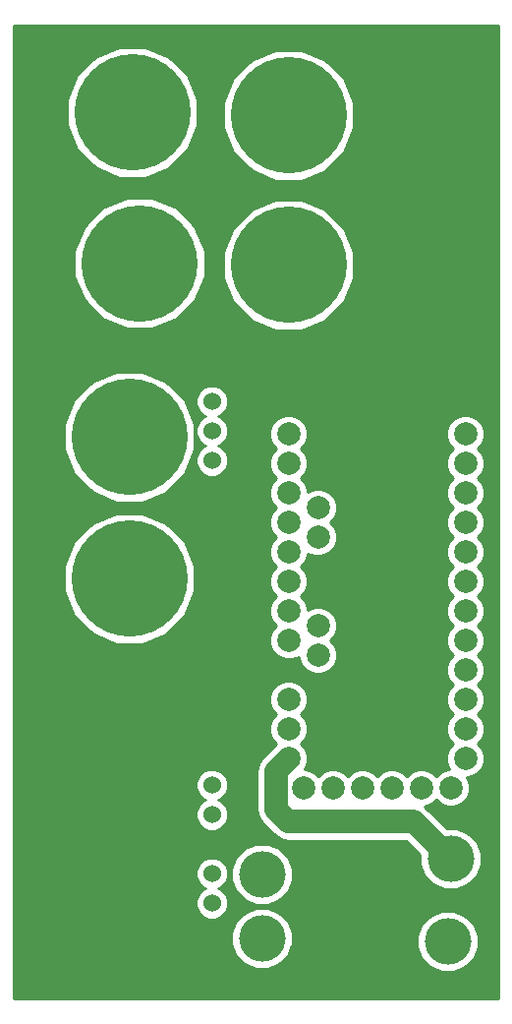
<source format=gbr>
G04 #@! TF.FileFunction,Copper,L2,Bot,Signal*
%FSLAX46Y46*%
G04 Gerber Fmt 4.6, Leading zero omitted, Abs format (unit mm)*
G04 Created by KiCad (PCBNEW 4.0.7) date 06/11/18 11:57:10*
%MOMM*%
%LPD*%
G01*
G04 APERTURE LIST*
%ADD10C,0.100000*%
%ADD11C,10.000000*%
%ADD12C,1.524000*%
%ADD13C,4.000500*%
%ADD14C,2.000000*%
%ADD15C,0.600000*%
%ADD16C,2.000000*%
%ADD17C,0.254000*%
G04 APERTURE END LIST*
D10*
D11*
X138684000Y-80962500D03*
X125857000Y-80835500D03*
D12*
X132080000Y-92710000D03*
X132080000Y-95250000D03*
X132080000Y-97790000D03*
X132080000Y-123190000D03*
X132080000Y-125730000D03*
X132080000Y-128270000D03*
X132080000Y-130810000D03*
X132080000Y-133350000D03*
X132080000Y-135890000D03*
D11*
X138684000Y-68072000D03*
X125222000Y-67818000D03*
X124968000Y-95758000D03*
X124968000Y-107950000D03*
D13*
X152654000Y-132080000D03*
X152400000Y-139192000D03*
X136398000Y-138938000D03*
X136398000Y-133413500D03*
X143764000Y-139192000D03*
D14*
X153924000Y-123444000D03*
X153924000Y-120904000D03*
X153924000Y-118364000D03*
X153924000Y-115824000D03*
X153924000Y-113284000D03*
X153924000Y-110744000D03*
X153924000Y-108204000D03*
X153924000Y-105664000D03*
X153924000Y-103124000D03*
X153924000Y-100584000D03*
X153924000Y-98044000D03*
X153924000Y-95504000D03*
X138684000Y-95504000D03*
X138684000Y-98044000D03*
X138684000Y-100584000D03*
X138684000Y-103124000D03*
X138684000Y-105664000D03*
X138684000Y-108204000D03*
X138684000Y-110744000D03*
X138684000Y-113284000D03*
X138684000Y-115824000D03*
X138684000Y-118364000D03*
X138684000Y-120904000D03*
X138684000Y-123444000D03*
X139954000Y-125984000D03*
X142494000Y-125984000D03*
X145034000Y-125984000D03*
X147574000Y-125984000D03*
X150114000Y-125984000D03*
X152654000Y-125984000D03*
X141224000Y-101854000D03*
X141224000Y-104394000D03*
X141224000Y-112014000D03*
X141224000Y-114554000D03*
D15*
X131374998Y-88160000D03*
D16*
X138684000Y-123444000D02*
X137604500Y-124523500D01*
X138658749Y-128879749D02*
X149453749Y-128879749D01*
X137604500Y-124523500D02*
X137604500Y-127825500D01*
X137604500Y-127825500D02*
X138658749Y-128879749D01*
X149453749Y-128879749D02*
X152654000Y-132080000D01*
D17*
G36*
X156770000Y-144070000D02*
X115010000Y-144070000D01*
X115010000Y-139459884D01*
X133762293Y-139459884D01*
X134162641Y-140428799D01*
X134903302Y-141170754D01*
X135871517Y-141572792D01*
X136919884Y-141573707D01*
X137888799Y-141173359D01*
X138630754Y-140432698D01*
X138929231Y-139713884D01*
X149764293Y-139713884D01*
X150164641Y-140682799D01*
X150905302Y-141424754D01*
X151873517Y-141826792D01*
X152921884Y-141827707D01*
X153890799Y-141427359D01*
X154632754Y-140686698D01*
X155034792Y-139718483D01*
X155035707Y-138670116D01*
X154635359Y-137701201D01*
X153894698Y-136959246D01*
X152926483Y-136557208D01*
X151878116Y-136556293D01*
X150909201Y-136956641D01*
X150167246Y-137697302D01*
X149765208Y-138665517D01*
X149764293Y-139713884D01*
X138929231Y-139713884D01*
X139032792Y-139464483D01*
X139033707Y-138416116D01*
X138633359Y-137447201D01*
X137892698Y-136705246D01*
X136924483Y-136303208D01*
X135876116Y-136302293D01*
X134907201Y-136702641D01*
X134165246Y-137443302D01*
X133763208Y-138411517D01*
X133762293Y-139459884D01*
X115010000Y-139459884D01*
X115010000Y-133626661D01*
X130682758Y-133626661D01*
X130894990Y-134140303D01*
X131287630Y-134533629D01*
X131495512Y-134619949D01*
X131289697Y-134704990D01*
X130896371Y-135097630D01*
X130683243Y-135610900D01*
X130682758Y-136166661D01*
X130894990Y-136680303D01*
X131287630Y-137073629D01*
X131800900Y-137286757D01*
X132356661Y-137287242D01*
X132870303Y-137075010D01*
X133263629Y-136682370D01*
X133476757Y-136169100D01*
X133477242Y-135613339D01*
X133265010Y-135099697D01*
X132872370Y-134706371D01*
X132664488Y-134620051D01*
X132870303Y-134535010D01*
X133263629Y-134142370D01*
X133349576Y-133935384D01*
X133762293Y-133935384D01*
X134162641Y-134904299D01*
X134903302Y-135646254D01*
X135871517Y-136048292D01*
X136919884Y-136049207D01*
X137888799Y-135648859D01*
X138630754Y-134908198D01*
X139032792Y-133939983D01*
X139033707Y-132891616D01*
X138633359Y-131922701D01*
X137892698Y-131180746D01*
X136924483Y-130778708D01*
X135876116Y-130777793D01*
X134907201Y-131178141D01*
X134165246Y-131918802D01*
X133763208Y-132887017D01*
X133762293Y-133935384D01*
X133349576Y-133935384D01*
X133476757Y-133629100D01*
X133477242Y-133073339D01*
X133265010Y-132559697D01*
X132872370Y-132166371D01*
X132359100Y-131953243D01*
X131803339Y-131952758D01*
X131289697Y-132164990D01*
X130896371Y-132557630D01*
X130683243Y-133070900D01*
X130682758Y-133626661D01*
X115010000Y-133626661D01*
X115010000Y-126006661D01*
X130682758Y-126006661D01*
X130894990Y-126520303D01*
X131287630Y-126913629D01*
X131495512Y-126999949D01*
X131289697Y-127084990D01*
X130896371Y-127477630D01*
X130683243Y-127990900D01*
X130682758Y-128546661D01*
X130894990Y-129060303D01*
X131287630Y-129453629D01*
X131800900Y-129666757D01*
X132356661Y-129667242D01*
X132870303Y-129455010D01*
X133263629Y-129062370D01*
X133476757Y-128549100D01*
X133477242Y-127993339D01*
X133265010Y-127479697D01*
X132872370Y-127086371D01*
X132664488Y-127000051D01*
X132870303Y-126915010D01*
X133263629Y-126522370D01*
X133476757Y-126009100D01*
X133477242Y-125453339D01*
X133265010Y-124939697D01*
X132872370Y-124546371D01*
X132817291Y-124523500D01*
X135969499Y-124523500D01*
X135969500Y-124523505D01*
X135969500Y-127825495D01*
X135969499Y-127825500D01*
X136093957Y-128451188D01*
X136448380Y-128981620D01*
X137502627Y-130035866D01*
X137502629Y-130035869D01*
X137820600Y-130248330D01*
X138033061Y-130390292D01*
X138658749Y-130514749D01*
X148776509Y-130514749D01*
X150019030Y-131757270D01*
X150018293Y-132601884D01*
X150418641Y-133570799D01*
X151159302Y-134312754D01*
X152127517Y-134714792D01*
X153175884Y-134715707D01*
X154144799Y-134315359D01*
X154886754Y-133574698D01*
X155288792Y-132606483D01*
X155289707Y-131558116D01*
X154889359Y-130589201D01*
X154148698Y-129847246D01*
X153180483Y-129445208D01*
X152330706Y-129444466D01*
X150609869Y-127723629D01*
X150447626Y-127615222D01*
X151038943Y-127370894D01*
X151384199Y-127026241D01*
X151726637Y-127369278D01*
X152327352Y-127618716D01*
X152977795Y-127619284D01*
X153578943Y-127370894D01*
X154039278Y-126911363D01*
X154288716Y-126310648D01*
X154289284Y-125660205D01*
X154049180Y-125079111D01*
X154247795Y-125079284D01*
X154848943Y-124830894D01*
X155309278Y-124371363D01*
X155558716Y-123770648D01*
X155559284Y-123120205D01*
X155310894Y-122519057D01*
X154966241Y-122173801D01*
X155309278Y-121831363D01*
X155558716Y-121230648D01*
X155559284Y-120580205D01*
X155310894Y-119979057D01*
X154966241Y-119633801D01*
X155309278Y-119291363D01*
X155558716Y-118690648D01*
X155559284Y-118040205D01*
X155310894Y-117439057D01*
X154966241Y-117093801D01*
X155309278Y-116751363D01*
X155558716Y-116150648D01*
X155559284Y-115500205D01*
X155310894Y-114899057D01*
X154966241Y-114553801D01*
X155309278Y-114211363D01*
X155558716Y-113610648D01*
X155559284Y-112960205D01*
X155310894Y-112359057D01*
X154966241Y-112013801D01*
X155309278Y-111671363D01*
X155558716Y-111070648D01*
X155559284Y-110420205D01*
X155310894Y-109819057D01*
X154966241Y-109473801D01*
X155309278Y-109131363D01*
X155558716Y-108530648D01*
X155559284Y-107880205D01*
X155310894Y-107279057D01*
X154966241Y-106933801D01*
X155309278Y-106591363D01*
X155558716Y-105990648D01*
X155559284Y-105340205D01*
X155310894Y-104739057D01*
X154966241Y-104393801D01*
X155309278Y-104051363D01*
X155558716Y-103450648D01*
X155559284Y-102800205D01*
X155310894Y-102199057D01*
X154966241Y-101853801D01*
X155309278Y-101511363D01*
X155558716Y-100910648D01*
X155559284Y-100260205D01*
X155310894Y-99659057D01*
X154966241Y-99313801D01*
X155309278Y-98971363D01*
X155558716Y-98370648D01*
X155559284Y-97720205D01*
X155310894Y-97119057D01*
X154966241Y-96773801D01*
X155309278Y-96431363D01*
X155558716Y-95830648D01*
X155559284Y-95180205D01*
X155310894Y-94579057D01*
X154851363Y-94118722D01*
X154250648Y-93869284D01*
X153600205Y-93868716D01*
X152999057Y-94117106D01*
X152538722Y-94576637D01*
X152289284Y-95177352D01*
X152288716Y-95827795D01*
X152537106Y-96428943D01*
X152881759Y-96774199D01*
X152538722Y-97116637D01*
X152289284Y-97717352D01*
X152288716Y-98367795D01*
X152537106Y-98968943D01*
X152881759Y-99314199D01*
X152538722Y-99656637D01*
X152289284Y-100257352D01*
X152288716Y-100907795D01*
X152537106Y-101508943D01*
X152881759Y-101854199D01*
X152538722Y-102196637D01*
X152289284Y-102797352D01*
X152288716Y-103447795D01*
X152537106Y-104048943D01*
X152881759Y-104394199D01*
X152538722Y-104736637D01*
X152289284Y-105337352D01*
X152288716Y-105987795D01*
X152537106Y-106588943D01*
X152881759Y-106934199D01*
X152538722Y-107276637D01*
X152289284Y-107877352D01*
X152288716Y-108527795D01*
X152537106Y-109128943D01*
X152881759Y-109474199D01*
X152538722Y-109816637D01*
X152289284Y-110417352D01*
X152288716Y-111067795D01*
X152537106Y-111668943D01*
X152881759Y-112014199D01*
X152538722Y-112356637D01*
X152289284Y-112957352D01*
X152288716Y-113607795D01*
X152537106Y-114208943D01*
X152881759Y-114554199D01*
X152538722Y-114896637D01*
X152289284Y-115497352D01*
X152288716Y-116147795D01*
X152537106Y-116748943D01*
X152881759Y-117094199D01*
X152538722Y-117436637D01*
X152289284Y-118037352D01*
X152288716Y-118687795D01*
X152537106Y-119288943D01*
X152881759Y-119634199D01*
X152538722Y-119976637D01*
X152289284Y-120577352D01*
X152288716Y-121227795D01*
X152537106Y-121828943D01*
X152881759Y-122174199D01*
X152538722Y-122516637D01*
X152289284Y-123117352D01*
X152288716Y-123767795D01*
X152528820Y-124348889D01*
X152330205Y-124348716D01*
X151729057Y-124597106D01*
X151383801Y-124941759D01*
X151041363Y-124598722D01*
X150440648Y-124349284D01*
X149790205Y-124348716D01*
X149189057Y-124597106D01*
X148843801Y-124941759D01*
X148501363Y-124598722D01*
X147900648Y-124349284D01*
X147250205Y-124348716D01*
X146649057Y-124597106D01*
X146303801Y-124941759D01*
X145961363Y-124598722D01*
X145360648Y-124349284D01*
X144710205Y-124348716D01*
X144109057Y-124597106D01*
X143763801Y-124941759D01*
X143421363Y-124598722D01*
X142820648Y-124349284D01*
X142170205Y-124348716D01*
X141569057Y-124597106D01*
X141223801Y-124941759D01*
X140881363Y-124598722D01*
X140280648Y-124349284D01*
X140078519Y-124349107D01*
X140318716Y-123770648D01*
X140319284Y-123120205D01*
X140070894Y-122519057D01*
X139726241Y-122173801D01*
X140069278Y-121831363D01*
X140318716Y-121230648D01*
X140319284Y-120580205D01*
X140070894Y-119979057D01*
X139726241Y-119633801D01*
X140069278Y-119291363D01*
X140318716Y-118690648D01*
X140319284Y-118040205D01*
X140070894Y-117439057D01*
X139611363Y-116978722D01*
X139010648Y-116729284D01*
X138360205Y-116728716D01*
X137759057Y-116977106D01*
X137298722Y-117436637D01*
X137049284Y-118037352D01*
X137048716Y-118687795D01*
X137297106Y-119288943D01*
X137641759Y-119634199D01*
X137298722Y-119976637D01*
X137049284Y-120577352D01*
X137048716Y-121227795D01*
X137297106Y-121828943D01*
X137641759Y-122174199D01*
X137298722Y-122516637D01*
X137298437Y-122517324D01*
X136448380Y-123367380D01*
X136093957Y-123897812D01*
X135969499Y-124523500D01*
X132817291Y-124523500D01*
X132359100Y-124333243D01*
X131803339Y-124332758D01*
X131289697Y-124544990D01*
X130896371Y-124937630D01*
X130683243Y-125450900D01*
X130682758Y-126006661D01*
X115010000Y-126006661D01*
X115010000Y-109065953D01*
X119332024Y-109065953D01*
X120188094Y-111137801D01*
X121771861Y-112724335D01*
X123842212Y-113584020D01*
X126083953Y-113585976D01*
X128155801Y-112729906D01*
X129742335Y-111146139D01*
X130602020Y-109075788D01*
X130603976Y-106834047D01*
X129747906Y-104762199D01*
X128164139Y-103175665D01*
X126093788Y-102315980D01*
X123852047Y-102314024D01*
X121780199Y-103170094D01*
X120193665Y-104753861D01*
X119333980Y-106824212D01*
X119332024Y-109065953D01*
X115010000Y-109065953D01*
X115010000Y-96873953D01*
X119332024Y-96873953D01*
X120188094Y-98945801D01*
X121771861Y-100532335D01*
X123842212Y-101392020D01*
X126083953Y-101393976D01*
X128155801Y-100537906D01*
X129742335Y-98954139D01*
X130602020Y-96883788D01*
X130603976Y-94642047D01*
X129919985Y-92986661D01*
X130682758Y-92986661D01*
X130894990Y-93500303D01*
X131287630Y-93893629D01*
X131495512Y-93979949D01*
X131289697Y-94064990D01*
X130896371Y-94457630D01*
X130683243Y-94970900D01*
X130682758Y-95526661D01*
X130894990Y-96040303D01*
X131287630Y-96433629D01*
X131495512Y-96519949D01*
X131289697Y-96604990D01*
X130896371Y-96997630D01*
X130683243Y-97510900D01*
X130682758Y-98066661D01*
X130894990Y-98580303D01*
X131287630Y-98973629D01*
X131800900Y-99186757D01*
X132356661Y-99187242D01*
X132870303Y-98975010D01*
X133263629Y-98582370D01*
X133476757Y-98069100D01*
X133477242Y-97513339D01*
X133265010Y-96999697D01*
X132872370Y-96606371D01*
X132664488Y-96520051D01*
X132870303Y-96435010D01*
X133263629Y-96042370D01*
X133352728Y-95827795D01*
X137048716Y-95827795D01*
X137297106Y-96428943D01*
X137641759Y-96774199D01*
X137298722Y-97116637D01*
X137049284Y-97717352D01*
X137048716Y-98367795D01*
X137297106Y-98968943D01*
X137641759Y-99314199D01*
X137298722Y-99656637D01*
X137049284Y-100257352D01*
X137048716Y-100907795D01*
X137297106Y-101508943D01*
X137641759Y-101854199D01*
X137298722Y-102196637D01*
X137049284Y-102797352D01*
X137048716Y-103447795D01*
X137297106Y-104048943D01*
X137641759Y-104394199D01*
X137298722Y-104736637D01*
X137049284Y-105337352D01*
X137048716Y-105987795D01*
X137297106Y-106588943D01*
X137641759Y-106934199D01*
X137298722Y-107276637D01*
X137049284Y-107877352D01*
X137048716Y-108527795D01*
X137297106Y-109128943D01*
X137641759Y-109474199D01*
X137298722Y-109816637D01*
X137049284Y-110417352D01*
X137048716Y-111067795D01*
X137297106Y-111668943D01*
X137641759Y-112014199D01*
X137298722Y-112356637D01*
X137049284Y-112957352D01*
X137048716Y-113607795D01*
X137297106Y-114208943D01*
X137756637Y-114669278D01*
X138357352Y-114918716D01*
X139007795Y-114919284D01*
X139588889Y-114679180D01*
X139588716Y-114877795D01*
X139837106Y-115478943D01*
X140296637Y-115939278D01*
X140897352Y-116188716D01*
X141547795Y-116189284D01*
X142148943Y-115940894D01*
X142609278Y-115481363D01*
X142858716Y-114880648D01*
X142859284Y-114230205D01*
X142610894Y-113629057D01*
X142266241Y-113283801D01*
X142609278Y-112941363D01*
X142858716Y-112340648D01*
X142859284Y-111690205D01*
X142610894Y-111089057D01*
X142151363Y-110628722D01*
X141550648Y-110379284D01*
X140900205Y-110378716D01*
X140319111Y-110618820D01*
X140319284Y-110420205D01*
X140070894Y-109819057D01*
X139726241Y-109473801D01*
X140069278Y-109131363D01*
X140318716Y-108530648D01*
X140319284Y-107880205D01*
X140070894Y-107279057D01*
X139726241Y-106933801D01*
X140069278Y-106591363D01*
X140318716Y-105990648D01*
X140318893Y-105788519D01*
X140897352Y-106028716D01*
X141547795Y-106029284D01*
X142148943Y-105780894D01*
X142609278Y-105321363D01*
X142858716Y-104720648D01*
X142859284Y-104070205D01*
X142610894Y-103469057D01*
X142266241Y-103123801D01*
X142609278Y-102781363D01*
X142858716Y-102180648D01*
X142859284Y-101530205D01*
X142610894Y-100929057D01*
X142151363Y-100468722D01*
X141550648Y-100219284D01*
X140900205Y-100218716D01*
X140319111Y-100458820D01*
X140319284Y-100260205D01*
X140070894Y-99659057D01*
X139726241Y-99313801D01*
X140069278Y-98971363D01*
X140318716Y-98370648D01*
X140319284Y-97720205D01*
X140070894Y-97119057D01*
X139726241Y-96773801D01*
X140069278Y-96431363D01*
X140318716Y-95830648D01*
X140319284Y-95180205D01*
X140070894Y-94579057D01*
X139611363Y-94118722D01*
X139010648Y-93869284D01*
X138360205Y-93868716D01*
X137759057Y-94117106D01*
X137298722Y-94576637D01*
X137049284Y-95177352D01*
X137048716Y-95827795D01*
X133352728Y-95827795D01*
X133476757Y-95529100D01*
X133477242Y-94973339D01*
X133265010Y-94459697D01*
X132872370Y-94066371D01*
X132664488Y-93980051D01*
X132870303Y-93895010D01*
X133263629Y-93502370D01*
X133476757Y-92989100D01*
X133477242Y-92433339D01*
X133265010Y-91919697D01*
X132872370Y-91526371D01*
X132359100Y-91313243D01*
X131803339Y-91312758D01*
X131289697Y-91524990D01*
X130896371Y-91917630D01*
X130683243Y-92430900D01*
X130682758Y-92986661D01*
X129919985Y-92986661D01*
X129747906Y-92570199D01*
X128164139Y-90983665D01*
X126093788Y-90123980D01*
X123852047Y-90122024D01*
X121780199Y-90978094D01*
X120193665Y-92561861D01*
X119333980Y-94632212D01*
X119332024Y-96873953D01*
X115010000Y-96873953D01*
X115010000Y-81951453D01*
X120221024Y-81951453D01*
X121077094Y-84023301D01*
X122660861Y-85609835D01*
X124731212Y-86469520D01*
X126972953Y-86471476D01*
X129044801Y-85615406D01*
X130631335Y-84031639D01*
X131442368Y-82078453D01*
X133048024Y-82078453D01*
X133904094Y-84150301D01*
X135487861Y-85736835D01*
X137558212Y-86596520D01*
X139799953Y-86598476D01*
X141871801Y-85742406D01*
X143458335Y-84158639D01*
X144318020Y-82088288D01*
X144319976Y-79846547D01*
X143463906Y-77774699D01*
X141880139Y-76188165D01*
X139809788Y-75328480D01*
X137568047Y-75326524D01*
X135496199Y-76182594D01*
X133909665Y-77766361D01*
X133049980Y-79836712D01*
X133048024Y-82078453D01*
X131442368Y-82078453D01*
X131491020Y-81961288D01*
X131492976Y-79719547D01*
X130636906Y-77647699D01*
X129053139Y-76061165D01*
X126982788Y-75201480D01*
X124741047Y-75199524D01*
X122669199Y-76055594D01*
X121082665Y-77639361D01*
X120222980Y-79709712D01*
X120221024Y-81951453D01*
X115010000Y-81951453D01*
X115010000Y-68933953D01*
X119586024Y-68933953D01*
X120442094Y-71005801D01*
X122025861Y-72592335D01*
X124096212Y-73452020D01*
X126337953Y-73453976D01*
X128409801Y-72597906D01*
X129996335Y-71014139D01*
X130754633Y-69187953D01*
X133048024Y-69187953D01*
X133904094Y-71259801D01*
X135487861Y-72846335D01*
X137558212Y-73706020D01*
X139799953Y-73707976D01*
X141871801Y-72851906D01*
X143458335Y-71268139D01*
X144318020Y-69197788D01*
X144319976Y-66956047D01*
X143463906Y-64884199D01*
X141880139Y-63297665D01*
X139809788Y-62437980D01*
X137568047Y-62436024D01*
X135496199Y-63292094D01*
X133909665Y-64875861D01*
X133049980Y-66946212D01*
X133048024Y-69187953D01*
X130754633Y-69187953D01*
X130856020Y-68943788D01*
X130857976Y-66702047D01*
X130001906Y-64630199D01*
X128418139Y-63043665D01*
X126347788Y-62183980D01*
X124106047Y-62182024D01*
X122034199Y-63038094D01*
X120447665Y-64621861D01*
X119587980Y-66692212D01*
X119586024Y-68933953D01*
X115010000Y-68933953D01*
X115010000Y-60400000D01*
X156770000Y-60400000D01*
X156770000Y-144070000D01*
X156770000Y-144070000D01*
G37*
X156770000Y-144070000D02*
X115010000Y-144070000D01*
X115010000Y-139459884D01*
X133762293Y-139459884D01*
X134162641Y-140428799D01*
X134903302Y-141170754D01*
X135871517Y-141572792D01*
X136919884Y-141573707D01*
X137888799Y-141173359D01*
X138630754Y-140432698D01*
X138929231Y-139713884D01*
X149764293Y-139713884D01*
X150164641Y-140682799D01*
X150905302Y-141424754D01*
X151873517Y-141826792D01*
X152921884Y-141827707D01*
X153890799Y-141427359D01*
X154632754Y-140686698D01*
X155034792Y-139718483D01*
X155035707Y-138670116D01*
X154635359Y-137701201D01*
X153894698Y-136959246D01*
X152926483Y-136557208D01*
X151878116Y-136556293D01*
X150909201Y-136956641D01*
X150167246Y-137697302D01*
X149765208Y-138665517D01*
X149764293Y-139713884D01*
X138929231Y-139713884D01*
X139032792Y-139464483D01*
X139033707Y-138416116D01*
X138633359Y-137447201D01*
X137892698Y-136705246D01*
X136924483Y-136303208D01*
X135876116Y-136302293D01*
X134907201Y-136702641D01*
X134165246Y-137443302D01*
X133763208Y-138411517D01*
X133762293Y-139459884D01*
X115010000Y-139459884D01*
X115010000Y-133626661D01*
X130682758Y-133626661D01*
X130894990Y-134140303D01*
X131287630Y-134533629D01*
X131495512Y-134619949D01*
X131289697Y-134704990D01*
X130896371Y-135097630D01*
X130683243Y-135610900D01*
X130682758Y-136166661D01*
X130894990Y-136680303D01*
X131287630Y-137073629D01*
X131800900Y-137286757D01*
X132356661Y-137287242D01*
X132870303Y-137075010D01*
X133263629Y-136682370D01*
X133476757Y-136169100D01*
X133477242Y-135613339D01*
X133265010Y-135099697D01*
X132872370Y-134706371D01*
X132664488Y-134620051D01*
X132870303Y-134535010D01*
X133263629Y-134142370D01*
X133349576Y-133935384D01*
X133762293Y-133935384D01*
X134162641Y-134904299D01*
X134903302Y-135646254D01*
X135871517Y-136048292D01*
X136919884Y-136049207D01*
X137888799Y-135648859D01*
X138630754Y-134908198D01*
X139032792Y-133939983D01*
X139033707Y-132891616D01*
X138633359Y-131922701D01*
X137892698Y-131180746D01*
X136924483Y-130778708D01*
X135876116Y-130777793D01*
X134907201Y-131178141D01*
X134165246Y-131918802D01*
X133763208Y-132887017D01*
X133762293Y-133935384D01*
X133349576Y-133935384D01*
X133476757Y-133629100D01*
X133477242Y-133073339D01*
X133265010Y-132559697D01*
X132872370Y-132166371D01*
X132359100Y-131953243D01*
X131803339Y-131952758D01*
X131289697Y-132164990D01*
X130896371Y-132557630D01*
X130683243Y-133070900D01*
X130682758Y-133626661D01*
X115010000Y-133626661D01*
X115010000Y-126006661D01*
X130682758Y-126006661D01*
X130894990Y-126520303D01*
X131287630Y-126913629D01*
X131495512Y-126999949D01*
X131289697Y-127084990D01*
X130896371Y-127477630D01*
X130683243Y-127990900D01*
X130682758Y-128546661D01*
X130894990Y-129060303D01*
X131287630Y-129453629D01*
X131800900Y-129666757D01*
X132356661Y-129667242D01*
X132870303Y-129455010D01*
X133263629Y-129062370D01*
X133476757Y-128549100D01*
X133477242Y-127993339D01*
X133265010Y-127479697D01*
X132872370Y-127086371D01*
X132664488Y-127000051D01*
X132870303Y-126915010D01*
X133263629Y-126522370D01*
X133476757Y-126009100D01*
X133477242Y-125453339D01*
X133265010Y-124939697D01*
X132872370Y-124546371D01*
X132817291Y-124523500D01*
X135969499Y-124523500D01*
X135969500Y-124523505D01*
X135969500Y-127825495D01*
X135969499Y-127825500D01*
X136093957Y-128451188D01*
X136448380Y-128981620D01*
X137502627Y-130035866D01*
X137502629Y-130035869D01*
X137820600Y-130248330D01*
X138033061Y-130390292D01*
X138658749Y-130514749D01*
X148776509Y-130514749D01*
X150019030Y-131757270D01*
X150018293Y-132601884D01*
X150418641Y-133570799D01*
X151159302Y-134312754D01*
X152127517Y-134714792D01*
X153175884Y-134715707D01*
X154144799Y-134315359D01*
X154886754Y-133574698D01*
X155288792Y-132606483D01*
X155289707Y-131558116D01*
X154889359Y-130589201D01*
X154148698Y-129847246D01*
X153180483Y-129445208D01*
X152330706Y-129444466D01*
X150609869Y-127723629D01*
X150447626Y-127615222D01*
X151038943Y-127370894D01*
X151384199Y-127026241D01*
X151726637Y-127369278D01*
X152327352Y-127618716D01*
X152977795Y-127619284D01*
X153578943Y-127370894D01*
X154039278Y-126911363D01*
X154288716Y-126310648D01*
X154289284Y-125660205D01*
X154049180Y-125079111D01*
X154247795Y-125079284D01*
X154848943Y-124830894D01*
X155309278Y-124371363D01*
X155558716Y-123770648D01*
X155559284Y-123120205D01*
X155310894Y-122519057D01*
X154966241Y-122173801D01*
X155309278Y-121831363D01*
X155558716Y-121230648D01*
X155559284Y-120580205D01*
X155310894Y-119979057D01*
X154966241Y-119633801D01*
X155309278Y-119291363D01*
X155558716Y-118690648D01*
X155559284Y-118040205D01*
X155310894Y-117439057D01*
X154966241Y-117093801D01*
X155309278Y-116751363D01*
X155558716Y-116150648D01*
X155559284Y-115500205D01*
X155310894Y-114899057D01*
X154966241Y-114553801D01*
X155309278Y-114211363D01*
X155558716Y-113610648D01*
X155559284Y-112960205D01*
X155310894Y-112359057D01*
X154966241Y-112013801D01*
X155309278Y-111671363D01*
X155558716Y-111070648D01*
X155559284Y-110420205D01*
X155310894Y-109819057D01*
X154966241Y-109473801D01*
X155309278Y-109131363D01*
X155558716Y-108530648D01*
X155559284Y-107880205D01*
X155310894Y-107279057D01*
X154966241Y-106933801D01*
X155309278Y-106591363D01*
X155558716Y-105990648D01*
X155559284Y-105340205D01*
X155310894Y-104739057D01*
X154966241Y-104393801D01*
X155309278Y-104051363D01*
X155558716Y-103450648D01*
X155559284Y-102800205D01*
X155310894Y-102199057D01*
X154966241Y-101853801D01*
X155309278Y-101511363D01*
X155558716Y-100910648D01*
X155559284Y-100260205D01*
X155310894Y-99659057D01*
X154966241Y-99313801D01*
X155309278Y-98971363D01*
X155558716Y-98370648D01*
X155559284Y-97720205D01*
X155310894Y-97119057D01*
X154966241Y-96773801D01*
X155309278Y-96431363D01*
X155558716Y-95830648D01*
X155559284Y-95180205D01*
X155310894Y-94579057D01*
X154851363Y-94118722D01*
X154250648Y-93869284D01*
X153600205Y-93868716D01*
X152999057Y-94117106D01*
X152538722Y-94576637D01*
X152289284Y-95177352D01*
X152288716Y-95827795D01*
X152537106Y-96428943D01*
X152881759Y-96774199D01*
X152538722Y-97116637D01*
X152289284Y-97717352D01*
X152288716Y-98367795D01*
X152537106Y-98968943D01*
X152881759Y-99314199D01*
X152538722Y-99656637D01*
X152289284Y-100257352D01*
X152288716Y-100907795D01*
X152537106Y-101508943D01*
X152881759Y-101854199D01*
X152538722Y-102196637D01*
X152289284Y-102797352D01*
X152288716Y-103447795D01*
X152537106Y-104048943D01*
X152881759Y-104394199D01*
X152538722Y-104736637D01*
X152289284Y-105337352D01*
X152288716Y-105987795D01*
X152537106Y-106588943D01*
X152881759Y-106934199D01*
X152538722Y-107276637D01*
X152289284Y-107877352D01*
X152288716Y-108527795D01*
X152537106Y-109128943D01*
X152881759Y-109474199D01*
X152538722Y-109816637D01*
X152289284Y-110417352D01*
X152288716Y-111067795D01*
X152537106Y-111668943D01*
X152881759Y-112014199D01*
X152538722Y-112356637D01*
X152289284Y-112957352D01*
X152288716Y-113607795D01*
X152537106Y-114208943D01*
X152881759Y-114554199D01*
X152538722Y-114896637D01*
X152289284Y-115497352D01*
X152288716Y-116147795D01*
X152537106Y-116748943D01*
X152881759Y-117094199D01*
X152538722Y-117436637D01*
X152289284Y-118037352D01*
X152288716Y-118687795D01*
X152537106Y-119288943D01*
X152881759Y-119634199D01*
X152538722Y-119976637D01*
X152289284Y-120577352D01*
X152288716Y-121227795D01*
X152537106Y-121828943D01*
X152881759Y-122174199D01*
X152538722Y-122516637D01*
X152289284Y-123117352D01*
X152288716Y-123767795D01*
X152528820Y-124348889D01*
X152330205Y-124348716D01*
X151729057Y-124597106D01*
X151383801Y-124941759D01*
X151041363Y-124598722D01*
X150440648Y-124349284D01*
X149790205Y-124348716D01*
X149189057Y-124597106D01*
X148843801Y-124941759D01*
X148501363Y-124598722D01*
X147900648Y-124349284D01*
X147250205Y-124348716D01*
X146649057Y-124597106D01*
X146303801Y-124941759D01*
X145961363Y-124598722D01*
X145360648Y-124349284D01*
X144710205Y-124348716D01*
X144109057Y-124597106D01*
X143763801Y-124941759D01*
X143421363Y-124598722D01*
X142820648Y-124349284D01*
X142170205Y-124348716D01*
X141569057Y-124597106D01*
X141223801Y-124941759D01*
X140881363Y-124598722D01*
X140280648Y-124349284D01*
X140078519Y-124349107D01*
X140318716Y-123770648D01*
X140319284Y-123120205D01*
X140070894Y-122519057D01*
X139726241Y-122173801D01*
X140069278Y-121831363D01*
X140318716Y-121230648D01*
X140319284Y-120580205D01*
X140070894Y-119979057D01*
X139726241Y-119633801D01*
X140069278Y-119291363D01*
X140318716Y-118690648D01*
X140319284Y-118040205D01*
X140070894Y-117439057D01*
X139611363Y-116978722D01*
X139010648Y-116729284D01*
X138360205Y-116728716D01*
X137759057Y-116977106D01*
X137298722Y-117436637D01*
X137049284Y-118037352D01*
X137048716Y-118687795D01*
X137297106Y-119288943D01*
X137641759Y-119634199D01*
X137298722Y-119976637D01*
X137049284Y-120577352D01*
X137048716Y-121227795D01*
X137297106Y-121828943D01*
X137641759Y-122174199D01*
X137298722Y-122516637D01*
X137298437Y-122517324D01*
X136448380Y-123367380D01*
X136093957Y-123897812D01*
X135969499Y-124523500D01*
X132817291Y-124523500D01*
X132359100Y-124333243D01*
X131803339Y-124332758D01*
X131289697Y-124544990D01*
X130896371Y-124937630D01*
X130683243Y-125450900D01*
X130682758Y-126006661D01*
X115010000Y-126006661D01*
X115010000Y-109065953D01*
X119332024Y-109065953D01*
X120188094Y-111137801D01*
X121771861Y-112724335D01*
X123842212Y-113584020D01*
X126083953Y-113585976D01*
X128155801Y-112729906D01*
X129742335Y-111146139D01*
X130602020Y-109075788D01*
X130603976Y-106834047D01*
X129747906Y-104762199D01*
X128164139Y-103175665D01*
X126093788Y-102315980D01*
X123852047Y-102314024D01*
X121780199Y-103170094D01*
X120193665Y-104753861D01*
X119333980Y-106824212D01*
X119332024Y-109065953D01*
X115010000Y-109065953D01*
X115010000Y-96873953D01*
X119332024Y-96873953D01*
X120188094Y-98945801D01*
X121771861Y-100532335D01*
X123842212Y-101392020D01*
X126083953Y-101393976D01*
X128155801Y-100537906D01*
X129742335Y-98954139D01*
X130602020Y-96883788D01*
X130603976Y-94642047D01*
X129919985Y-92986661D01*
X130682758Y-92986661D01*
X130894990Y-93500303D01*
X131287630Y-93893629D01*
X131495512Y-93979949D01*
X131289697Y-94064990D01*
X130896371Y-94457630D01*
X130683243Y-94970900D01*
X130682758Y-95526661D01*
X130894990Y-96040303D01*
X131287630Y-96433629D01*
X131495512Y-96519949D01*
X131289697Y-96604990D01*
X130896371Y-96997630D01*
X130683243Y-97510900D01*
X130682758Y-98066661D01*
X130894990Y-98580303D01*
X131287630Y-98973629D01*
X131800900Y-99186757D01*
X132356661Y-99187242D01*
X132870303Y-98975010D01*
X133263629Y-98582370D01*
X133476757Y-98069100D01*
X133477242Y-97513339D01*
X133265010Y-96999697D01*
X132872370Y-96606371D01*
X132664488Y-96520051D01*
X132870303Y-96435010D01*
X133263629Y-96042370D01*
X133352728Y-95827795D01*
X137048716Y-95827795D01*
X137297106Y-96428943D01*
X137641759Y-96774199D01*
X137298722Y-97116637D01*
X137049284Y-97717352D01*
X137048716Y-98367795D01*
X137297106Y-98968943D01*
X137641759Y-99314199D01*
X137298722Y-99656637D01*
X137049284Y-100257352D01*
X137048716Y-100907795D01*
X137297106Y-101508943D01*
X137641759Y-101854199D01*
X137298722Y-102196637D01*
X137049284Y-102797352D01*
X137048716Y-103447795D01*
X137297106Y-104048943D01*
X137641759Y-104394199D01*
X137298722Y-104736637D01*
X137049284Y-105337352D01*
X137048716Y-105987795D01*
X137297106Y-106588943D01*
X137641759Y-106934199D01*
X137298722Y-107276637D01*
X137049284Y-107877352D01*
X137048716Y-108527795D01*
X137297106Y-109128943D01*
X137641759Y-109474199D01*
X137298722Y-109816637D01*
X137049284Y-110417352D01*
X137048716Y-111067795D01*
X137297106Y-111668943D01*
X137641759Y-112014199D01*
X137298722Y-112356637D01*
X137049284Y-112957352D01*
X137048716Y-113607795D01*
X137297106Y-114208943D01*
X137756637Y-114669278D01*
X138357352Y-114918716D01*
X139007795Y-114919284D01*
X139588889Y-114679180D01*
X139588716Y-114877795D01*
X139837106Y-115478943D01*
X140296637Y-115939278D01*
X140897352Y-116188716D01*
X141547795Y-116189284D01*
X142148943Y-115940894D01*
X142609278Y-115481363D01*
X142858716Y-114880648D01*
X142859284Y-114230205D01*
X142610894Y-113629057D01*
X142266241Y-113283801D01*
X142609278Y-112941363D01*
X142858716Y-112340648D01*
X142859284Y-111690205D01*
X142610894Y-111089057D01*
X142151363Y-110628722D01*
X141550648Y-110379284D01*
X140900205Y-110378716D01*
X140319111Y-110618820D01*
X140319284Y-110420205D01*
X140070894Y-109819057D01*
X139726241Y-109473801D01*
X140069278Y-109131363D01*
X140318716Y-108530648D01*
X140319284Y-107880205D01*
X140070894Y-107279057D01*
X139726241Y-106933801D01*
X140069278Y-106591363D01*
X140318716Y-105990648D01*
X140318893Y-105788519D01*
X140897352Y-106028716D01*
X141547795Y-106029284D01*
X142148943Y-105780894D01*
X142609278Y-105321363D01*
X142858716Y-104720648D01*
X142859284Y-104070205D01*
X142610894Y-103469057D01*
X142266241Y-103123801D01*
X142609278Y-102781363D01*
X142858716Y-102180648D01*
X142859284Y-101530205D01*
X142610894Y-100929057D01*
X142151363Y-100468722D01*
X141550648Y-100219284D01*
X140900205Y-100218716D01*
X140319111Y-100458820D01*
X140319284Y-100260205D01*
X140070894Y-99659057D01*
X139726241Y-99313801D01*
X140069278Y-98971363D01*
X140318716Y-98370648D01*
X140319284Y-97720205D01*
X140070894Y-97119057D01*
X139726241Y-96773801D01*
X140069278Y-96431363D01*
X140318716Y-95830648D01*
X140319284Y-95180205D01*
X140070894Y-94579057D01*
X139611363Y-94118722D01*
X139010648Y-93869284D01*
X138360205Y-93868716D01*
X137759057Y-94117106D01*
X137298722Y-94576637D01*
X137049284Y-95177352D01*
X137048716Y-95827795D01*
X133352728Y-95827795D01*
X133476757Y-95529100D01*
X133477242Y-94973339D01*
X133265010Y-94459697D01*
X132872370Y-94066371D01*
X132664488Y-93980051D01*
X132870303Y-93895010D01*
X133263629Y-93502370D01*
X133476757Y-92989100D01*
X133477242Y-92433339D01*
X133265010Y-91919697D01*
X132872370Y-91526371D01*
X132359100Y-91313243D01*
X131803339Y-91312758D01*
X131289697Y-91524990D01*
X130896371Y-91917630D01*
X130683243Y-92430900D01*
X130682758Y-92986661D01*
X129919985Y-92986661D01*
X129747906Y-92570199D01*
X128164139Y-90983665D01*
X126093788Y-90123980D01*
X123852047Y-90122024D01*
X121780199Y-90978094D01*
X120193665Y-92561861D01*
X119333980Y-94632212D01*
X119332024Y-96873953D01*
X115010000Y-96873953D01*
X115010000Y-81951453D01*
X120221024Y-81951453D01*
X121077094Y-84023301D01*
X122660861Y-85609835D01*
X124731212Y-86469520D01*
X126972953Y-86471476D01*
X129044801Y-85615406D01*
X130631335Y-84031639D01*
X131442368Y-82078453D01*
X133048024Y-82078453D01*
X133904094Y-84150301D01*
X135487861Y-85736835D01*
X137558212Y-86596520D01*
X139799953Y-86598476D01*
X141871801Y-85742406D01*
X143458335Y-84158639D01*
X144318020Y-82088288D01*
X144319976Y-79846547D01*
X143463906Y-77774699D01*
X141880139Y-76188165D01*
X139809788Y-75328480D01*
X137568047Y-75326524D01*
X135496199Y-76182594D01*
X133909665Y-77766361D01*
X133049980Y-79836712D01*
X133048024Y-82078453D01*
X131442368Y-82078453D01*
X131491020Y-81961288D01*
X131492976Y-79719547D01*
X130636906Y-77647699D01*
X129053139Y-76061165D01*
X126982788Y-75201480D01*
X124741047Y-75199524D01*
X122669199Y-76055594D01*
X121082665Y-77639361D01*
X120222980Y-79709712D01*
X120221024Y-81951453D01*
X115010000Y-81951453D01*
X115010000Y-68933953D01*
X119586024Y-68933953D01*
X120442094Y-71005801D01*
X122025861Y-72592335D01*
X124096212Y-73452020D01*
X126337953Y-73453976D01*
X128409801Y-72597906D01*
X129996335Y-71014139D01*
X130754633Y-69187953D01*
X133048024Y-69187953D01*
X133904094Y-71259801D01*
X135487861Y-72846335D01*
X137558212Y-73706020D01*
X139799953Y-73707976D01*
X141871801Y-72851906D01*
X143458335Y-71268139D01*
X144318020Y-69197788D01*
X144319976Y-66956047D01*
X143463906Y-64884199D01*
X141880139Y-63297665D01*
X139809788Y-62437980D01*
X137568047Y-62436024D01*
X135496199Y-63292094D01*
X133909665Y-64875861D01*
X133049980Y-66946212D01*
X133048024Y-69187953D01*
X130754633Y-69187953D01*
X130856020Y-68943788D01*
X130857976Y-66702047D01*
X130001906Y-64630199D01*
X128418139Y-63043665D01*
X126347788Y-62183980D01*
X124106047Y-62182024D01*
X122034199Y-63038094D01*
X120447665Y-64621861D01*
X119587980Y-66692212D01*
X119586024Y-68933953D01*
X115010000Y-68933953D01*
X115010000Y-60400000D01*
X156770000Y-60400000D01*
X156770000Y-144070000D01*
M02*

</source>
